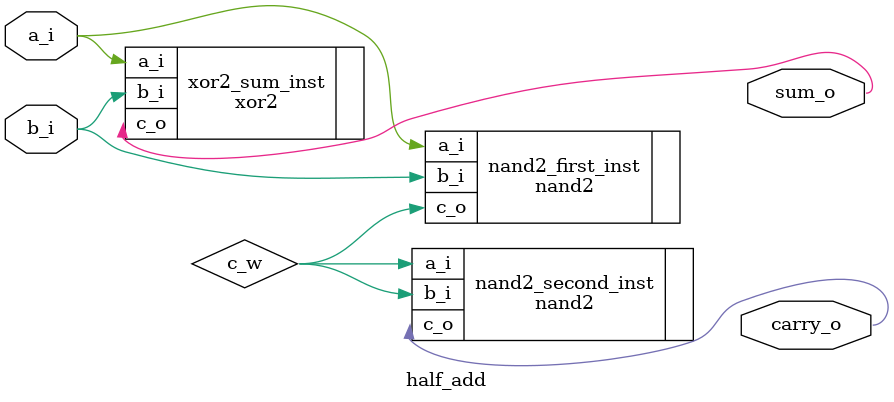
<source format=sv>
module half_add
  (input a_i
  ,input b_i
  ,output carry_o
  ,output sum_o);

   // For Lab 1, do not use assign statements!
   // Your code here:

  // half_add = (sum = a_i ^ b_i) (carry_o = a_i & b_i)

  // sum
  xor2
    #()
  xor2_sum_inst
    (.a_i(a_i), 
     .b_i(b_i), 
     .c_o(sum_o)       
    );

  // carry out
  wire [0:0] c_w;

  nand2
    #()
  nand2_first_inst
    (.a_i(a_i),     // 0,0,1,1
     .b_i(b_i),     // 0,1,0,1
     .c_o(c_w)      // 1,1,1,0
    );

  nand2
    #()
  nand2_second_inst
    (.a_i(c_w),     // 1,1,1,0
     .b_i(c_w),     // 1,1,1,0
     .c_o(carry_o)  // 0,0,0,1     
    );

endmodule

</source>
